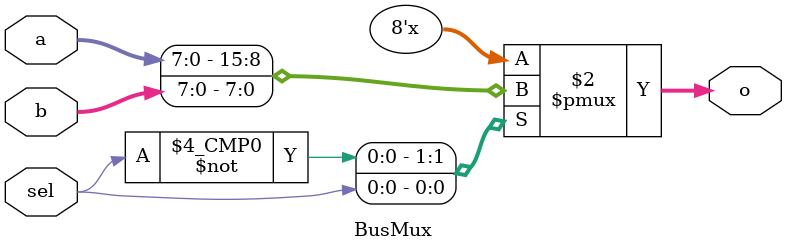
<source format=v>
module BusMux(a, b, sel, o);
	input [7:0] a, b;
	input sel;
	output reg [7:0] o;
	
	
	always @(a or b or sel) begin
		case(sel)
			1'b0 : o <= a;
			1'b1 :o <= b;
			default: o <= a;
		endcase
	end
	
endmodule	
</source>
